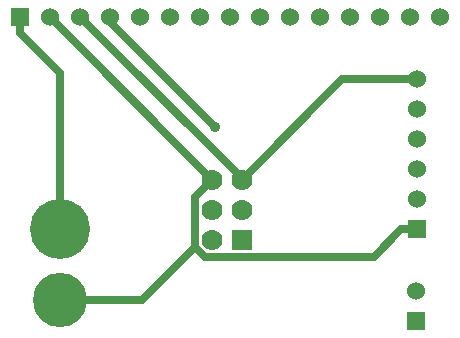
<source format=gtl>
G04 (created by PCBNEW (2013-jul-07)-stable) date Tue 18 Aug 2015 02:36:46 PM PDT*
%MOIN*%
G04 Gerber Fmt 3.4, Leading zero omitted, Abs format*
%FSLAX34Y34*%
G01*
G70*
G90*
G04 APERTURE LIST*
%ADD10C,0.00590551*%
%ADD11C,0.2*%
%ADD12C,0.1811*%
%ADD13R,0.07X0.07*%
%ADD14C,0.07*%
%ADD15R,0.06X0.06*%
%ADD16C,0.06*%
%ADD17C,0.035*%
%ADD18C,0.025*%
G04 APERTURE END LIST*
G54D10*
G54D11*
X21890Y-29985D03*
G54D12*
X21890Y-32347D03*
G54D13*
X27965Y-30350D03*
G54D14*
X26965Y-30350D03*
X27965Y-29350D03*
X26965Y-29350D03*
X27965Y-28350D03*
X26965Y-28350D03*
G54D15*
X20559Y-22913D03*
G54D16*
X21559Y-22913D03*
X22559Y-22913D03*
X23559Y-22913D03*
X24559Y-22913D03*
X25559Y-22913D03*
X26559Y-22913D03*
X27559Y-22913D03*
X28559Y-22913D03*
X29559Y-22913D03*
X30559Y-22913D03*
X31559Y-22913D03*
X32559Y-22913D03*
X33559Y-22913D03*
X34559Y-22913D03*
G54D15*
X33770Y-33060D03*
G54D16*
X33770Y-32060D03*
G54D15*
X33810Y-30010D03*
G54D16*
X33810Y-29010D03*
X33810Y-28010D03*
X33810Y-27010D03*
X33810Y-26010D03*
X33810Y-25010D03*
G54D17*
X27047Y-26592D03*
G54D18*
X21890Y-24794D02*
X20559Y-23463D01*
X21890Y-29985D02*
X21890Y-24794D01*
X20559Y-22913D02*
X20559Y-23463D01*
X23559Y-23103D02*
X27047Y-26592D01*
X23559Y-22913D02*
X23559Y-23103D01*
X27980Y-28334D02*
X22559Y-22913D01*
X31305Y-25010D02*
X27980Y-28334D01*
X33810Y-25010D02*
X31305Y-25010D01*
X27980Y-28334D02*
X27965Y-28350D01*
X33810Y-30010D02*
X33260Y-30010D01*
X21559Y-22944D02*
X26965Y-28350D01*
X21559Y-22913D02*
X21559Y-22944D01*
X24621Y-32347D02*
X21890Y-32347D01*
X26378Y-30589D02*
X24621Y-32347D01*
X26714Y-30925D02*
X26378Y-30589D01*
X32344Y-30925D02*
X26714Y-30925D01*
X33260Y-30010D02*
X32344Y-30925D01*
X26378Y-28936D02*
X26965Y-28350D01*
X26378Y-30589D02*
X26378Y-28936D01*
M02*

</source>
